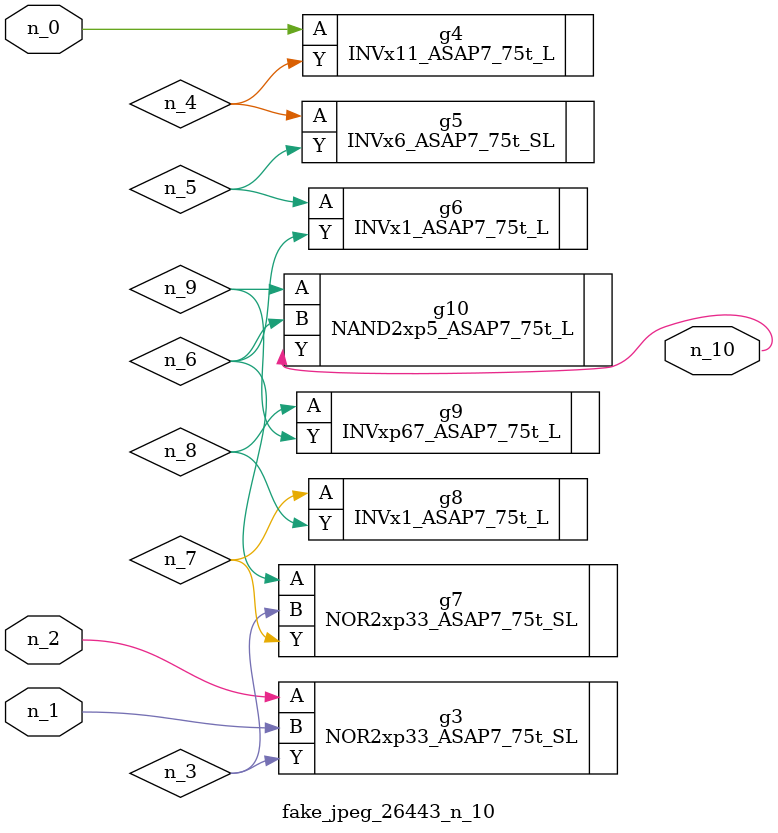
<source format=v>
module fake_jpeg_26443_n_10 (n_0, n_2, n_1, n_10);

input n_0;
input n_2;
input n_1;

output n_10;

wire n_3;
wire n_4;
wire n_8;
wire n_9;
wire n_6;
wire n_5;
wire n_7;

NOR2xp33_ASAP7_75t_SL g3 ( 
.A(n_2),
.B(n_1),
.Y(n_3)
);

INVx11_ASAP7_75t_L g4 ( 
.A(n_0),
.Y(n_4)
);

INVx6_ASAP7_75t_SL g5 ( 
.A(n_4),
.Y(n_5)
);

INVx1_ASAP7_75t_L g6 ( 
.A(n_5),
.Y(n_6)
);

NOR2xp33_ASAP7_75t_SL g7 ( 
.A(n_6),
.B(n_3),
.Y(n_7)
);

INVx1_ASAP7_75t_L g8 ( 
.A(n_7),
.Y(n_8)
);

INVxp67_ASAP7_75t_L g9 ( 
.A(n_8),
.Y(n_9)
);

NAND2xp5_ASAP7_75t_L g10 ( 
.A(n_9),
.B(n_6),
.Y(n_10)
);


endmodule
</source>
